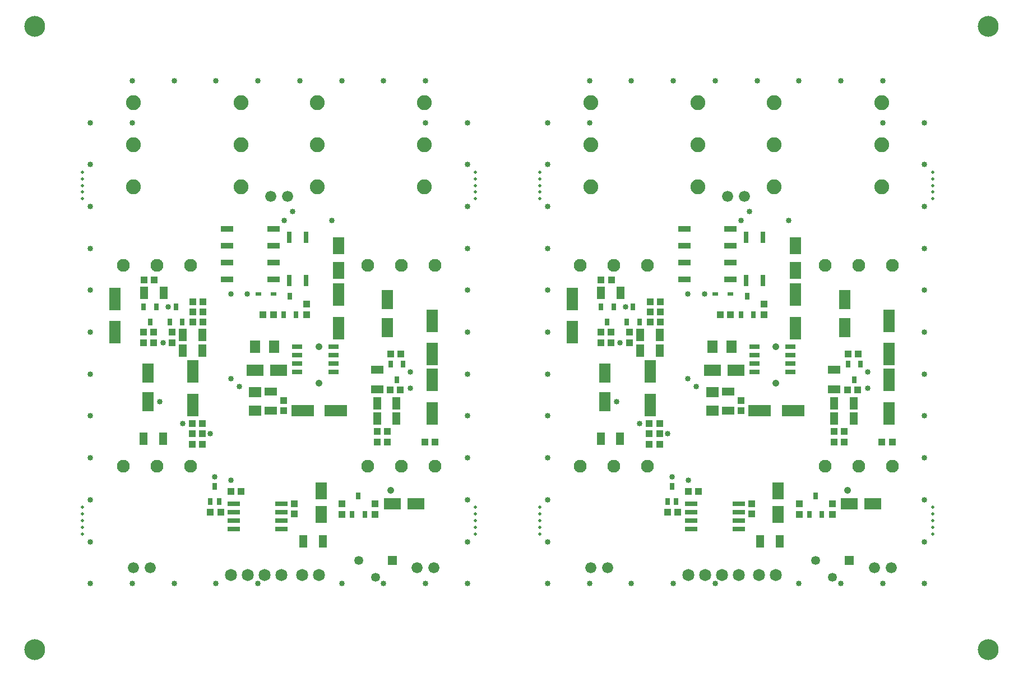
<source format=gts>
G04*
G04 #@! TF.GenerationSoftware,Altium Limited,Altium Designer,19.1.6 (110)*
G04*
G04 Layer_Color=8388736*
%FSLAX25Y25*%
%MOIN*%
G70*
G01*
G75*
%ADD10C,0.11811*%
%ADD32C,0.01968*%
%ADD49C,0.12402*%
%ADD50R,0.02756X0.04134*%
%ADD51R,0.07480X0.04921*%
%ADD52R,0.04134X0.04331*%
%ADD53R,0.05866X0.07677*%
%ADD54R,0.07677X0.05866*%
%ADD55R,0.10433X0.06890*%
%ADD56R,0.04331X0.04134*%
%ADD57R,0.02953X0.04331*%
%ADD58R,0.04921X0.07480*%
%ADD59R,0.06890X0.10433*%
%ADD60R,0.07677X0.02953*%
%ADD61R,0.06890X0.13189*%
%ADD62R,0.06890X0.11614*%
%ADD63R,0.07677X0.03740*%
%ADD64R,0.02953X0.06890*%
%ADD65R,0.07087X0.10433*%
%ADD66R,0.06299X0.02953*%
%ADD67R,0.03740X0.02165*%
%ADD68R,0.13189X0.06890*%
%ADD69C,0.06591*%
%ADD70C,0.07191*%
%ADD71R,0.05315X0.05315*%
%ADD72C,0.05315*%
%ADD73C,0.07678*%
%ADD74C,0.08859*%
%ADD75C,0.03347*%
%ADD76C,0.04091*%
D10*
X11811Y11811D02*
D03*
X578740D02*
D03*
Y381890D02*
D03*
X11811Y381890D02*
D03*
D32*
X312106Y295374D02*
D03*
Y291437D02*
D03*
Y287500D02*
D03*
Y279626D02*
D03*
Y283563D02*
D03*
Y84449D02*
D03*
Y80511D02*
D03*
Y88386D02*
D03*
Y92323D02*
D03*
Y96260D02*
D03*
X545669Y283563D02*
D03*
Y279626D02*
D03*
Y287500D02*
D03*
Y291437D02*
D03*
Y295374D02*
D03*
Y84449D02*
D03*
Y80511D02*
D03*
Y88386D02*
D03*
Y92323D02*
D03*
Y96260D02*
D03*
X273819D02*
D03*
Y92323D02*
D03*
Y88386D02*
D03*
Y80511D02*
D03*
Y84449D02*
D03*
Y295374D02*
D03*
Y291437D02*
D03*
Y287500D02*
D03*
Y279626D02*
D03*
Y283563D02*
D03*
X40256Y96260D02*
D03*
Y92323D02*
D03*
Y88386D02*
D03*
Y80511D02*
D03*
Y84449D02*
D03*
Y283563D02*
D03*
Y279626D02*
D03*
Y287500D02*
D03*
Y291437D02*
D03*
Y295374D02*
D03*
D49*
X11811Y11811D02*
D03*
X578740Y11811D02*
D03*
Y381890D02*
D03*
X11811Y381890D02*
D03*
D50*
X118848Y108697D02*
D03*
X121407Y99839D02*
D03*
X116289D02*
D03*
X390718Y108697D02*
D03*
X393277Y99839D02*
D03*
X388159D02*
D03*
D51*
X152143Y153582D02*
D03*
Y165196D02*
D03*
X215305Y177890D02*
D03*
Y166276D02*
D03*
X424013Y153582D02*
D03*
Y165196D02*
D03*
X487175Y177890D02*
D03*
Y166276D02*
D03*
D52*
X76722Y231236D02*
D03*
X82824D02*
D03*
X223179Y165980D02*
D03*
X229281D02*
D03*
X134596Y105744D02*
D03*
X128494D02*
D03*
X122391Y93382D02*
D03*
X116289D02*
D03*
X223480Y187247D02*
D03*
X229583D02*
D03*
X221407Y141276D02*
D03*
X215305D02*
D03*
X221407Y135173D02*
D03*
X215305D02*
D03*
X243694D02*
D03*
X249797D02*
D03*
X153691Y210869D02*
D03*
X147588D02*
D03*
X111466Y146000D02*
D03*
X105364D02*
D03*
X111466Y139898D02*
D03*
X105364D02*
D03*
X111466Y133795D02*
D03*
X105364D02*
D03*
X111860Y218527D02*
D03*
X105757D02*
D03*
X111860Y212424D02*
D03*
X105757D02*
D03*
X111860Y206322D02*
D03*
X105757D02*
D03*
X348592Y231236D02*
D03*
X354695D02*
D03*
X495049Y165980D02*
D03*
X501151D02*
D03*
X406466Y105744D02*
D03*
X400364D02*
D03*
X394262Y93382D02*
D03*
X388159D02*
D03*
X495350Y187247D02*
D03*
X501453D02*
D03*
X493277Y141276D02*
D03*
X487175D02*
D03*
X493277Y135173D02*
D03*
X487175D02*
D03*
X515565D02*
D03*
X521667D02*
D03*
X425561Y210869D02*
D03*
X419458D02*
D03*
X383336Y146000D02*
D03*
X377234D02*
D03*
X383336Y139898D02*
D03*
X377234D02*
D03*
X383336Y133795D02*
D03*
X377234D02*
D03*
X383730Y218527D02*
D03*
X377627D02*
D03*
X383730Y212424D02*
D03*
X377627D02*
D03*
X383730Y206322D02*
D03*
X377627D02*
D03*
D53*
X142876Y191669D02*
D03*
X154136D02*
D03*
X414746D02*
D03*
X426006D02*
D03*
D54*
X142842Y153582D02*
D03*
Y164841D02*
D03*
X414712Y153582D02*
D03*
Y164841D02*
D03*
D55*
X156793Y177774D02*
D03*
X142842D02*
D03*
X238311Y98264D02*
D03*
X224360D02*
D03*
X428664Y177774D02*
D03*
X414712D02*
D03*
X510181Y98264D02*
D03*
X496230D02*
D03*
D56*
X214136Y92161D02*
D03*
Y98264D02*
D03*
X194439Y92161D02*
D03*
Y98264D02*
D03*
X166289Y98382D02*
D03*
Y92279D02*
D03*
X173474Y216965D02*
D03*
Y210862D02*
D03*
X159872Y159681D02*
D03*
Y153579D02*
D03*
X93454Y200220D02*
D03*
Y194117D02*
D03*
X82529Y200220D02*
D03*
Y194117D02*
D03*
X76427Y200220D02*
D03*
Y194117D02*
D03*
X486006Y92161D02*
D03*
Y98264D02*
D03*
X466309Y92161D02*
D03*
Y98264D02*
D03*
X438159Y98382D02*
D03*
Y92279D02*
D03*
X445344Y216965D02*
D03*
Y210862D02*
D03*
X431742Y159681D02*
D03*
Y153579D02*
D03*
X365324Y200220D02*
D03*
Y194117D02*
D03*
X354399Y200220D02*
D03*
Y194117D02*
D03*
X348297Y200220D02*
D03*
Y194117D02*
D03*
D57*
X204281Y102988D02*
D03*
X208021Y92161D02*
D03*
X200541D02*
D03*
X223474Y181236D02*
D03*
X230954D02*
D03*
X227214Y171984D02*
D03*
X163533Y221689D02*
D03*
X159793Y210862D02*
D03*
X167273D02*
D03*
X76623Y215476D02*
D03*
X84104D02*
D03*
X80364Y206224D02*
D03*
X95718Y215476D02*
D03*
X91978Y206224D02*
D03*
X99458D02*
D03*
X476151Y102988D02*
D03*
X479891Y92161D02*
D03*
X472411D02*
D03*
X495344Y181236D02*
D03*
X502824D02*
D03*
X499084Y171984D02*
D03*
X435403Y221689D02*
D03*
X431663Y210862D02*
D03*
X439143D02*
D03*
X348494Y215476D02*
D03*
X355974D02*
D03*
X352234Y206224D02*
D03*
X367588Y215476D02*
D03*
X363848Y206224D02*
D03*
X371328D02*
D03*
D58*
X171407Y76118D02*
D03*
X183021D02*
D03*
X226919Y158205D02*
D03*
X215305D02*
D03*
X226919Y148959D02*
D03*
X215305D02*
D03*
X88041Y136893D02*
D03*
X76427D02*
D03*
X88336Y223559D02*
D03*
X76722D02*
D03*
X111466Y198547D02*
D03*
X99852D02*
D03*
X111466Y189295D02*
D03*
X99852D02*
D03*
X443277Y76118D02*
D03*
X454891D02*
D03*
X498789Y158205D02*
D03*
X487175D02*
D03*
X498789Y148959D02*
D03*
X487175D02*
D03*
X359911Y136893D02*
D03*
X348297D02*
D03*
X360206Y223559D02*
D03*
X348592D02*
D03*
X383336Y198547D02*
D03*
X371722D02*
D03*
X383336Y189295D02*
D03*
X371722D02*
D03*
D59*
X182037Y106113D02*
D03*
Y92161D02*
D03*
X453907Y106113D02*
D03*
Y92161D02*
D03*
D60*
X130167Y98382D02*
D03*
Y93382D02*
D03*
Y88382D02*
D03*
Y83382D02*
D03*
X158513Y98382D02*
D03*
Y93382D02*
D03*
Y88382D02*
D03*
Y83382D02*
D03*
X402037Y98382D02*
D03*
Y93382D02*
D03*
Y88382D02*
D03*
Y83382D02*
D03*
X430383Y98382D02*
D03*
Y93382D02*
D03*
Y88382D02*
D03*
Y83382D02*
D03*
D61*
X248080Y171970D02*
D03*
Y152117D02*
D03*
Y187247D02*
D03*
Y207100D02*
D03*
X192372Y222659D02*
D03*
Y202805D02*
D03*
X105757Y176977D02*
D03*
Y157124D02*
D03*
X59498Y220087D02*
D03*
Y200234D02*
D03*
X519950Y171970D02*
D03*
Y152117D02*
D03*
Y187247D02*
D03*
Y207100D02*
D03*
X464242Y222659D02*
D03*
Y202805D02*
D03*
X377627Y176977D02*
D03*
Y157124D02*
D03*
X331368Y220087D02*
D03*
Y200234D02*
D03*
D62*
X221505Y219806D02*
D03*
Y202902D02*
D03*
X79084Y175909D02*
D03*
Y159005D02*
D03*
X493376Y219806D02*
D03*
Y202902D02*
D03*
X350954Y175909D02*
D03*
Y159005D02*
D03*
D63*
X153734Y251591D02*
D03*
Y261591D02*
D03*
Y241591D02*
D03*
Y231591D02*
D03*
X126175Y261591D02*
D03*
Y251591D02*
D03*
Y241591D02*
D03*
Y231591D02*
D03*
X425604Y251591D02*
D03*
Y261591D02*
D03*
Y241591D02*
D03*
Y231591D02*
D03*
X398045Y261591D02*
D03*
Y251591D02*
D03*
Y241591D02*
D03*
Y231591D02*
D03*
D64*
X172962Y256630D02*
D03*
X162962D02*
D03*
Y231039D02*
D03*
X172962D02*
D03*
X444832Y256630D02*
D03*
X434832D02*
D03*
Y231039D02*
D03*
X444832D02*
D03*
D65*
X192372Y251783D02*
D03*
Y237019D02*
D03*
X464242Y251783D02*
D03*
Y237019D02*
D03*
D66*
X167864Y181669D02*
D03*
Y176669D02*
D03*
Y186669D02*
D03*
Y191669D02*
D03*
X189321Y176669D02*
D03*
Y186669D02*
D03*
Y181669D02*
D03*
Y191669D02*
D03*
X439734Y181669D02*
D03*
Y176669D02*
D03*
Y186669D02*
D03*
Y191669D02*
D03*
X461191Y176669D02*
D03*
Y186669D02*
D03*
Y181669D02*
D03*
Y191669D02*
D03*
D67*
X153734Y223067D02*
D03*
X144679D02*
D03*
X425604D02*
D03*
X416549D02*
D03*
D68*
X190867Y153579D02*
D03*
X171013D02*
D03*
X462737D02*
D03*
X442883D02*
D03*
D69*
X152037Y281039D02*
D03*
X162037D02*
D03*
X70423Y60272D02*
D03*
X80423D02*
D03*
X249150Y60469D02*
D03*
X239150D02*
D03*
X423907Y281039D02*
D03*
X433907D02*
D03*
X342293Y60272D02*
D03*
X352293D02*
D03*
X521020Y60469D02*
D03*
X511020D02*
D03*
D70*
X148504Y56039D02*
D03*
X158504D02*
D03*
X128505D02*
D03*
X138505D02*
D03*
X180738Y55941D02*
D03*
X170738D02*
D03*
X420375Y56039D02*
D03*
X430375D02*
D03*
X400375D02*
D03*
X410375D02*
D03*
X452608Y55941D02*
D03*
X442608D02*
D03*
D71*
X224394Y64799D02*
D03*
X496265D02*
D03*
D72*
X214394Y54799D02*
D03*
X204394Y64799D02*
D03*
X486265Y54799D02*
D03*
X476264Y64799D02*
D03*
D73*
X249797Y240122D02*
D03*
X229797D02*
D03*
X209797D02*
D03*
X249797Y120622D02*
D03*
X229797D02*
D03*
X209797D02*
D03*
X104297Y240122D02*
D03*
X84297D02*
D03*
X64297D02*
D03*
X104297Y120622D02*
D03*
X84297D02*
D03*
X64297D02*
D03*
X521667Y240122D02*
D03*
X501667D02*
D03*
X481667D02*
D03*
X521667Y120622D02*
D03*
X501667D02*
D03*
X481667D02*
D03*
X376167Y240122D02*
D03*
X356167D02*
D03*
X336167D02*
D03*
X376167Y120622D02*
D03*
X356167D02*
D03*
X336167D02*
D03*
D74*
X179708Y311722D02*
D03*
X243606D02*
D03*
X179708Y336722D02*
D03*
X243606D02*
D03*
X179708Y286722D02*
D03*
X243606D02*
D03*
X70489Y311722D02*
D03*
X134387D02*
D03*
X70489Y336722D02*
D03*
X134387D02*
D03*
X70489Y286722D02*
D03*
X134387D02*
D03*
X451578Y311722D02*
D03*
X515476D02*
D03*
X451578Y336722D02*
D03*
X515476D02*
D03*
X451578Y286722D02*
D03*
X515476D02*
D03*
X342359Y311722D02*
D03*
X406257D02*
D03*
X342359Y336722D02*
D03*
X406257D02*
D03*
X342359Y286722D02*
D03*
X406257D02*
D03*
D75*
X269024Y324846D02*
D03*
Y299946D02*
D03*
Y275046D02*
D03*
Y250146D02*
D03*
Y225246D02*
D03*
Y200346D02*
D03*
Y175446D02*
D03*
Y150546D02*
D03*
Y125646D02*
D03*
Y100746D02*
D03*
Y75846D02*
D03*
Y50946D02*
D03*
X244124Y349746D02*
D03*
Y324846D02*
D03*
Y50946D02*
D03*
X219224Y349746D02*
D03*
Y50946D02*
D03*
X194324Y349746D02*
D03*
Y50946D02*
D03*
X169424Y349746D02*
D03*
X144524D02*
D03*
Y50946D02*
D03*
X119624Y349746D02*
D03*
Y50946D02*
D03*
X94724Y349746D02*
D03*
Y50946D02*
D03*
X69824Y349746D02*
D03*
Y324846D02*
D03*
Y50946D02*
D03*
X44924Y324846D02*
D03*
Y299946D02*
D03*
Y275046D02*
D03*
Y250146D02*
D03*
Y225246D02*
D03*
Y200346D02*
D03*
Y175446D02*
D03*
Y150546D02*
D03*
Y125646D02*
D03*
Y100746D02*
D03*
Y75846D02*
D03*
Y50946D02*
D03*
X128395Y172772D02*
D03*
X118848Y114504D02*
D03*
X128494Y112432D02*
D03*
X133317Y167949D02*
D03*
X116289Y139996D02*
D03*
X99753Y146000D02*
D03*
X235088Y167063D02*
D03*
X235088Y176677D02*
D03*
X188417Y266866D02*
D03*
X128395Y223067D02*
D03*
X138180D02*
D03*
X164963Y271977D02*
D03*
X159990Y266866D02*
D03*
X86072Y158992D02*
D03*
X91203Y215476D02*
D03*
X88028Y194117D02*
D03*
X540895Y324846D02*
D03*
Y299946D02*
D03*
Y275046D02*
D03*
Y250146D02*
D03*
Y225246D02*
D03*
Y200346D02*
D03*
Y175446D02*
D03*
Y150546D02*
D03*
Y125646D02*
D03*
Y100746D02*
D03*
Y75846D02*
D03*
Y50946D02*
D03*
X515995Y349746D02*
D03*
Y324846D02*
D03*
Y50946D02*
D03*
X491094Y349746D02*
D03*
Y50946D02*
D03*
X466194Y349746D02*
D03*
Y50946D02*
D03*
X441294Y349746D02*
D03*
X416395D02*
D03*
Y50946D02*
D03*
X391494Y349746D02*
D03*
Y50946D02*
D03*
X366595Y349746D02*
D03*
Y50946D02*
D03*
X341694Y349746D02*
D03*
Y324846D02*
D03*
Y50946D02*
D03*
X316794Y324846D02*
D03*
Y299946D02*
D03*
Y275046D02*
D03*
Y250146D02*
D03*
Y225246D02*
D03*
Y200346D02*
D03*
Y175446D02*
D03*
Y150546D02*
D03*
Y125646D02*
D03*
Y100746D02*
D03*
Y75846D02*
D03*
Y50946D02*
D03*
X400266Y172772D02*
D03*
X390718Y114504D02*
D03*
X400364Y112432D02*
D03*
X405187Y167949D02*
D03*
X388159Y139996D02*
D03*
X371623Y146000D02*
D03*
X506958Y167063D02*
D03*
X506958Y176677D02*
D03*
X460287Y266866D02*
D03*
X400266Y223067D02*
D03*
X410050D02*
D03*
X436833Y271977D02*
D03*
X431860Y266866D02*
D03*
X357943Y158992D02*
D03*
X363073Y215476D02*
D03*
X359898Y194117D02*
D03*
D76*
X180659Y191669D02*
D03*
Y170016D02*
D03*
X223324Y106335D02*
D03*
X452529Y191669D02*
D03*
Y170016D02*
D03*
X495194Y106335D02*
D03*
M02*

</source>
